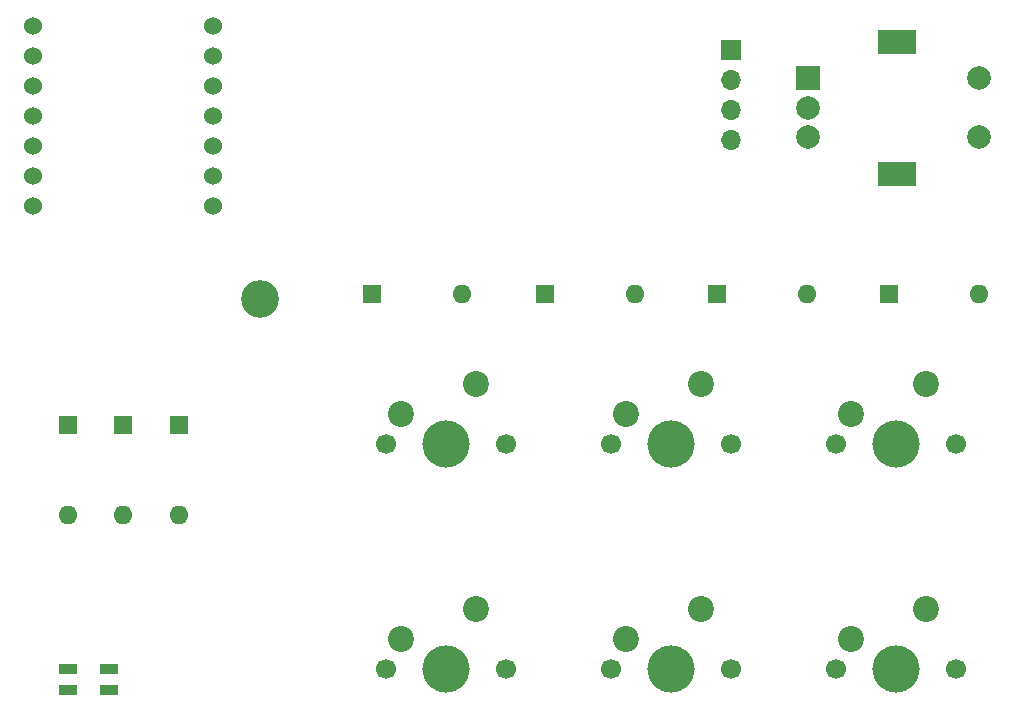
<source format=gbr>
%TF.GenerationSoftware,KiCad,Pcbnew,9.0.2*%
%TF.CreationDate,2025-05-26T15:10:03-05:00*%
%TF.ProjectId,CommandPad,436f6d6d-616e-4645-9061-642e6b696361,1.0*%
%TF.SameCoordinates,Original*%
%TF.FileFunction,Soldermask,Bot*%
%TF.FilePolarity,Negative*%
%FSLAX46Y46*%
G04 Gerber Fmt 4.6, Leading zero omitted, Abs format (unit mm)*
G04 Created by KiCad (PCBNEW 9.0.2) date 2025-05-26 15:10:03*
%MOMM*%
%LPD*%
G01*
G04 APERTURE LIST*
%ADD10R,1.600000X1.600000*%
%ADD11O,1.600000X1.600000*%
%ADD12C,1.524000*%
%ADD13C,1.700000*%
%ADD14C,4.000000*%
%ADD15C,2.200000*%
%ADD16R,2.000000X2.000000*%
%ADD17C,2.000000*%
%ADD18R,3.200000X2.000000*%
%ADD19R,1.700000X1.700000*%
%ADD20O,1.700000X1.700000*%
%ADD21C,3.200000*%
%ADD22R,1.600000X0.850000*%
G04 APERTURE END LIST*
D10*
%TO.C,D6*%
X151300000Y-107963689D03*
D11*
X151300000Y-115583689D03*
%TD*%
D10*
%TO.C,D2*%
X191680000Y-96900000D03*
D11*
X199300000Y-96900000D03*
%TD*%
D12*
%TO.C,U1*%
X148380000Y-74150000D03*
X148380000Y-76690000D03*
X148380000Y-79230000D03*
X148380000Y-81770000D03*
X148380000Y-84310000D03*
X148380000Y-86850000D03*
X148380000Y-89390000D03*
X163620000Y-89390000D03*
X163620000Y-86850000D03*
X163620000Y-84310000D03*
X163620000Y-81770000D03*
X163620000Y-79230000D03*
X163620000Y-76690000D03*
X163620000Y-74150000D03*
%TD*%
D10*
%TO.C,D4*%
X160700000Y-107963689D03*
D11*
X160700000Y-115583689D03*
%TD*%
D10*
%TO.C,D3*%
X206280000Y-96900000D03*
D11*
X213900000Y-96900000D03*
%TD*%
D13*
%TO.C,S2*%
X197326250Y-109537500D03*
D14*
X202406250Y-109537500D03*
D13*
X207486250Y-109537500D03*
D15*
X204946250Y-104457500D03*
X198596250Y-106997500D03*
%TD*%
D13*
%TO.C,S4*%
X178276250Y-128587500D03*
D14*
X183356250Y-128587500D03*
D13*
X188436250Y-128587500D03*
D15*
X185896250Y-123507500D03*
X179546250Y-126047500D03*
%TD*%
D16*
%TO.C,SW1*%
X214000000Y-78600000D03*
D17*
X214000000Y-83600000D03*
X214000000Y-81100000D03*
D18*
X221500000Y-75500000D03*
X221500000Y-86700000D03*
D17*
X228500000Y-83600000D03*
X228500000Y-78600000D03*
%TD*%
D10*
%TO.C,D5*%
X156000000Y-107963689D03*
D11*
X156000000Y-115583689D03*
%TD*%
D19*
%TO.C,J1*%
X207500000Y-76190000D03*
D20*
X207500000Y-78730000D03*
X207500000Y-81270000D03*
X207500000Y-83810000D03*
%TD*%
D13*
%TO.C,S3*%
X216376250Y-109537500D03*
D14*
X221456250Y-109537500D03*
D13*
X226536250Y-109537500D03*
D15*
X223996250Y-104457500D03*
X217646250Y-106997500D03*
%TD*%
D13*
%TO.C,S6*%
X216376250Y-128587500D03*
D14*
X221456250Y-128587500D03*
D13*
X226536250Y-128587500D03*
D15*
X223996250Y-123507500D03*
X217646250Y-126047500D03*
%TD*%
D13*
%TO.C,S1*%
X178276250Y-109537500D03*
D14*
X183356250Y-109537500D03*
D13*
X188436250Y-109537500D03*
D15*
X185896250Y-104457500D03*
X179546250Y-106997500D03*
%TD*%
D13*
%TO.C,S5*%
X197326250Y-128587500D03*
D14*
X202406250Y-128587500D03*
D13*
X207486250Y-128587500D03*
D15*
X204946250Y-123507500D03*
X198596250Y-126047500D03*
%TD*%
D10*
%TO.C,D7*%
X220880000Y-96900000D03*
D11*
X228500000Y-96900000D03*
%TD*%
D21*
%TO.C,M3x16mm*%
X167576505Y-97319477D03*
%TD*%
D10*
%TO.C,D1*%
X177080000Y-96900000D03*
D11*
X184700000Y-96900000D03*
%TD*%
D22*
%TO.C,DLED2*%
X154795000Y-128650000D03*
X154795000Y-130400000D03*
X151295000Y-130400000D03*
X151295000Y-128650000D03*
%TD*%
M02*

</source>
